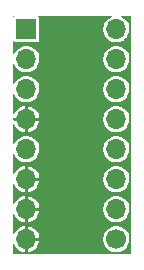
<source format=gbr>
%TF.GenerationSoftware,KiCad,Pcbnew,(6.0.0)*%
%TF.CreationDate,2022-05-17T06:49:19+02:00*%
%TF.ProjectId,UltraCIC-III,556c7472-6143-4494-932d-4949492e6b69,rev?*%
%TF.SameCoordinates,Original*%
%TF.FileFunction,Copper,L2,Bot*%
%TF.FilePolarity,Positive*%
%FSLAX46Y46*%
G04 Gerber Fmt 4.6, Leading zero omitted, Abs format (unit mm)*
G04 Created by KiCad (PCBNEW (6.0.0)) date 2022-05-17 06:49:19*
%MOMM*%
%LPD*%
G01*
G04 APERTURE LIST*
%TA.AperFunction,ComponentPad*%
%ADD10O,1.700000X1.700000*%
%TD*%
%TA.AperFunction,ComponentPad*%
%ADD11C,1.700000*%
%TD*%
%TA.AperFunction,ComponentPad*%
%ADD12R,1.700000X1.700000*%
%TD*%
%TA.AperFunction,ComponentPad*%
%ADD13O,1.600000X1.600000*%
%TD*%
%TA.AperFunction,ComponentPad*%
%ADD14R,1.600000X1.600000*%
%TD*%
G04 APERTURE END LIST*
D10*
%TO.P,J2,8,Pin_8*%
%TO.N,VCC*%
X104648000Y-68072000D03*
%TO.P,J2,7,Pin_7*%
%TO.N,PB2*%
X104648000Y-70612000D03*
%TO.P,J2,6,Pin_6*%
%TO.N,PB1*%
X104648000Y-73152000D03*
%TO.P,J2,5,Pin_5*%
%TO.N,PB0*%
X104648000Y-75692000D03*
%TO.P,J2,4,Pin_4*%
%TO.N,unconnected-(J2-Pad4)*%
X104648000Y-78232000D03*
%TO.P,J2,3,Pin_3*%
%TO.N,PB3*%
X104648000Y-80772000D03*
%TO.P,J2,2,Pin_2*%
%TO.N,unconnected-(J2-Pad2)*%
X104648000Y-83312000D03*
D11*
%TO.P,J2,1,Pin_1*%
%TO.N,PB5*%
X104648000Y-85852000D03*
%TD*%
D12*
%TO.P,J1,1,Pin_1*%
%TO.N,PB5*%
X97028000Y-68072000D03*
D10*
%TO.P,J1,2,Pin_2*%
%TO.N,PB3*%
X97028000Y-70612000D03*
%TO.P,J1,3,Pin_3*%
%TO.N,unconnected-(J1-Pad3)*%
X97028000Y-73152000D03*
%TO.P,J1,4,Pin_4*%
%TO.N,GND*%
X97028000Y-75692000D03*
%TO.P,J1,5,Pin_5*%
%TO.N,unconnected-(J1-Pad5)*%
X97028000Y-78232000D03*
%TO.P,J1,6,Pin_6*%
%TO.N,GND*%
X97028000Y-80772000D03*
%TO.P,J1,7,Pin_7*%
X97028000Y-83312000D03*
%TO.P,J1,8,Pin_8*%
X97028000Y-85852000D03*
%TD*%
D13*
%TO.P,U2,8,VCC*%
%TO.N,VCC*%
X104648000Y-68072000D03*
%TO.P,U2,4,GND*%
%TO.N,GND*%
X97028000Y-75692000D03*
%TO.P,U2,7,PB2*%
%TO.N,PB2*%
X104648000Y-70612000D03*
%TO.P,U2,3,XTAL2/PB4*%
%TO.N,unconnected-(U2-Pad3)*%
X97028000Y-73152000D03*
%TO.P,U2,6,PB1*%
%TO.N,PB1*%
X104648000Y-73152000D03*
%TO.P,U2,2,XTAL1/PB3*%
%TO.N,PB3*%
X97028000Y-70612000D03*
%TO.P,U2,5,AREF/PB0*%
%TO.N,PB0*%
X104648000Y-75692000D03*
D14*
%TO.P,U2,1,~{RESET}/PB5*%
%TO.N,PB5*%
X97028000Y-68072000D03*
%TD*%
%TA.AperFunction,Conductor*%
%TO.N,GND*%
G36*
X104246654Y-66947452D02*
G01*
X104265106Y-66992000D01*
X104246654Y-67036548D01*
X104223911Y-67051106D01*
X104170463Y-67070824D01*
X103996010Y-67174612D01*
X103843392Y-67308455D01*
X103717720Y-67467869D01*
X103623203Y-67647515D01*
X103622347Y-67650273D01*
X103622345Y-67650277D01*
X103614828Y-67674487D01*
X103563007Y-67841378D01*
X103539148Y-68042964D01*
X103552424Y-68245522D01*
X103553133Y-68248315D01*
X103553134Y-68248319D01*
X103574813Y-68333676D01*
X103602392Y-68442269D01*
X103687377Y-68626616D01*
X103804533Y-68792389D01*
X103949938Y-68934035D01*
X104118720Y-69046812D01*
X104121371Y-69047951D01*
X104210543Y-69086262D01*
X104305228Y-69126942D01*
X104503216Y-69171742D01*
X104506104Y-69171855D01*
X104506108Y-69171856D01*
X104604634Y-69175727D01*
X104706053Y-69179712D01*
X104906945Y-69150584D01*
X105099165Y-69085334D01*
X105170812Y-69045210D01*
X105273755Y-68987559D01*
X105273756Y-68987558D01*
X105276276Y-68986147D01*
X105319617Y-68950101D01*
X105430123Y-68858193D01*
X105432345Y-68856345D01*
X105562147Y-68700276D01*
X105661334Y-68523165D01*
X105726584Y-68330945D01*
X105755712Y-68130053D01*
X105757232Y-68072000D01*
X105738658Y-67869859D01*
X105729848Y-67838621D01*
X105684341Y-67677265D01*
X105684339Y-67677260D01*
X105683557Y-67674487D01*
X105593776Y-67492428D01*
X105472320Y-67329779D01*
X105323258Y-67191987D01*
X105151581Y-67083667D01*
X105148903Y-67082599D01*
X105148900Y-67082597D01*
X105085769Y-67057410D01*
X105068485Y-67050515D01*
X105033946Y-67016869D01*
X105033315Y-66968655D01*
X105066961Y-66934116D01*
X105091830Y-66929000D01*
X105855000Y-66929000D01*
X105899548Y-66947452D01*
X105918000Y-66992000D01*
X105918000Y-87059000D01*
X105899548Y-87103548D01*
X105855000Y-87122000D01*
X95948000Y-87122000D01*
X95903452Y-87103548D01*
X95885000Y-87059000D01*
X95885000Y-86296954D01*
X95903452Y-86252406D01*
X95948000Y-86233954D01*
X95992548Y-86252406D01*
X96005213Y-86270578D01*
X96066605Y-86403746D01*
X96069476Y-86408719D01*
X96183250Y-86569706D01*
X96186983Y-86574077D01*
X96328190Y-86711634D01*
X96332649Y-86715245D01*
X96496562Y-86824769D01*
X96501611Y-86827510D01*
X96682735Y-86905327D01*
X96688195Y-86907101D01*
X96880464Y-86950607D01*
X96886174Y-86951359D01*
X96888478Y-86951449D01*
X96896794Y-86948381D01*
X96901000Y-86938765D01*
X96901000Y-86936677D01*
X97155000Y-86936677D01*
X97158671Y-86945539D01*
X97164283Y-86947864D01*
X97283971Y-86930510D01*
X97289559Y-86929169D01*
X97476227Y-86865803D01*
X97481484Y-86863462D01*
X97653466Y-86767147D01*
X97658218Y-86763882D01*
X97809763Y-86637844D01*
X97813844Y-86633763D01*
X97939882Y-86482218D01*
X97943147Y-86477466D01*
X98039462Y-86305484D01*
X98041803Y-86300227D01*
X98105169Y-86113559D01*
X98106510Y-86107971D01*
X98123412Y-85991403D01*
X98121051Y-85982105D01*
X98115831Y-85979000D01*
X97167533Y-85979000D01*
X97158671Y-85982671D01*
X97155000Y-85991533D01*
X97155000Y-86936677D01*
X96901000Y-86936677D01*
X96901000Y-85822964D01*
X103539148Y-85822964D01*
X103552424Y-86025522D01*
X103553133Y-86028315D01*
X103553134Y-86028319D01*
X103574813Y-86113676D01*
X103602392Y-86222269D01*
X103687377Y-86406616D01*
X103804533Y-86572389D01*
X103949938Y-86714035D01*
X104118720Y-86826812D01*
X104121371Y-86827951D01*
X104210543Y-86866262D01*
X104305228Y-86906942D01*
X104503216Y-86951742D01*
X104506104Y-86951855D01*
X104506108Y-86951856D01*
X104604635Y-86955727D01*
X104706053Y-86959712D01*
X104906945Y-86930584D01*
X104911114Y-86929169D01*
X105096431Y-86866262D01*
X105096430Y-86866262D01*
X105099165Y-86865334D01*
X105276276Y-86766147D01*
X105279000Y-86763882D01*
X105430123Y-86638193D01*
X105432345Y-86636345D01*
X105487497Y-86570032D01*
X105560301Y-86482496D01*
X105560303Y-86482493D01*
X105562147Y-86480276D01*
X105661334Y-86303165D01*
X105726584Y-86110945D01*
X105755712Y-85910053D01*
X105757232Y-85852000D01*
X105738658Y-85649859D01*
X105729848Y-85618621D01*
X105684341Y-85457265D01*
X105684339Y-85457260D01*
X105683557Y-85454487D01*
X105593776Y-85272428D01*
X105472320Y-85109779D01*
X105323258Y-84971987D01*
X105151581Y-84863667D01*
X105148903Y-84862599D01*
X105148900Y-84862597D01*
X104965721Y-84789516D01*
X104963039Y-84788446D01*
X104960208Y-84787883D01*
X104960205Y-84787882D01*
X104766777Y-84749407D01*
X104766776Y-84749407D01*
X104763946Y-84748844D01*
X104761067Y-84748806D01*
X104761064Y-84748806D01*
X104642647Y-84747256D01*
X104560971Y-84746187D01*
X104445108Y-84766096D01*
X104363755Y-84780075D01*
X104363754Y-84780075D01*
X104360910Y-84780564D01*
X104358205Y-84781562D01*
X104358201Y-84781563D01*
X104276382Y-84811748D01*
X104170463Y-84850824D01*
X103996010Y-84954612D01*
X103843392Y-85088455D01*
X103717720Y-85247869D01*
X103623203Y-85427515D01*
X103622347Y-85430273D01*
X103622345Y-85430277D01*
X103614991Y-85453962D01*
X103563007Y-85621378D01*
X103539148Y-85822964D01*
X96901000Y-85822964D01*
X96901000Y-85712467D01*
X97155000Y-85712467D01*
X97158671Y-85721329D01*
X97167533Y-85725000D01*
X98112527Y-85725000D01*
X98121389Y-85721329D01*
X98124118Y-85714743D01*
X98118428Y-85652821D01*
X98117382Y-85647176D01*
X98063873Y-85457445D01*
X98061811Y-85452076D01*
X97974625Y-85275279D01*
X97971622Y-85270379D01*
X97853671Y-85112424D01*
X97849830Y-85108159D01*
X97705075Y-84974348D01*
X97700508Y-84970843D01*
X97533793Y-84865654D01*
X97528672Y-84863044D01*
X97345578Y-84789998D01*
X97340062Y-84788364D01*
X97167292Y-84753998D01*
X97157883Y-84755869D01*
X97155000Y-84760185D01*
X97155000Y-85712467D01*
X96901000Y-85712467D01*
X96901000Y-84766096D01*
X96897329Y-84757234D01*
X96892142Y-84755085D01*
X96743885Y-84780560D01*
X96738331Y-84782048D01*
X96553390Y-84850277D01*
X96548199Y-84852752D01*
X96378783Y-84953545D01*
X96374136Y-84956921D01*
X96225927Y-85086897D01*
X96221968Y-85091069D01*
X96099932Y-85245870D01*
X96096794Y-85250703D01*
X96003754Y-85427542D01*
X95966682Y-85458374D01*
X95918666Y-85453962D01*
X95887834Y-85416890D01*
X95885000Y-85398208D01*
X95885000Y-83756954D01*
X95903452Y-83712406D01*
X95948000Y-83693954D01*
X95992548Y-83712406D01*
X96005213Y-83730578D01*
X96066605Y-83863746D01*
X96069476Y-83868719D01*
X96183250Y-84029706D01*
X96186983Y-84034077D01*
X96328190Y-84171634D01*
X96332649Y-84175245D01*
X96496562Y-84284769D01*
X96501611Y-84287510D01*
X96682735Y-84365327D01*
X96688195Y-84367101D01*
X96880464Y-84410607D01*
X96886174Y-84411359D01*
X96888478Y-84411449D01*
X96896794Y-84408381D01*
X96901000Y-84398765D01*
X96901000Y-84396677D01*
X97155000Y-84396677D01*
X97158671Y-84405539D01*
X97164283Y-84407864D01*
X97283971Y-84390510D01*
X97289559Y-84389169D01*
X97476227Y-84325803D01*
X97481484Y-84323462D01*
X97653466Y-84227147D01*
X97658218Y-84223882D01*
X97809763Y-84097844D01*
X97813844Y-84093763D01*
X97939882Y-83942218D01*
X97943147Y-83937466D01*
X98039462Y-83765484D01*
X98041803Y-83760227D01*
X98105169Y-83573559D01*
X98106510Y-83567971D01*
X98123412Y-83451403D01*
X98121051Y-83442105D01*
X98115831Y-83439000D01*
X97167533Y-83439000D01*
X97158671Y-83442671D01*
X97155000Y-83451533D01*
X97155000Y-84396677D01*
X96901000Y-84396677D01*
X96901000Y-83282964D01*
X103539148Y-83282964D01*
X103552424Y-83485522D01*
X103553133Y-83488315D01*
X103553134Y-83488319D01*
X103574813Y-83573676D01*
X103602392Y-83682269D01*
X103687377Y-83866616D01*
X103804533Y-84032389D01*
X103949938Y-84174035D01*
X104118720Y-84286812D01*
X104121371Y-84287951D01*
X104210543Y-84326262D01*
X104305228Y-84366942D01*
X104503216Y-84411742D01*
X104506104Y-84411855D01*
X104506108Y-84411856D01*
X104604635Y-84415727D01*
X104706053Y-84419712D01*
X104906945Y-84390584D01*
X104911114Y-84389169D01*
X105096431Y-84326262D01*
X105096430Y-84326262D01*
X105099165Y-84325334D01*
X105276276Y-84226147D01*
X105279000Y-84223882D01*
X105430123Y-84098193D01*
X105432345Y-84096345D01*
X105487497Y-84030032D01*
X105560301Y-83942496D01*
X105560303Y-83942493D01*
X105562147Y-83940276D01*
X105661334Y-83763165D01*
X105726584Y-83570945D01*
X105755712Y-83370053D01*
X105757232Y-83312000D01*
X105738658Y-83109859D01*
X105729848Y-83078621D01*
X105684341Y-82917265D01*
X105684339Y-82917260D01*
X105683557Y-82914487D01*
X105593776Y-82732428D01*
X105472320Y-82569779D01*
X105323258Y-82431987D01*
X105151581Y-82323667D01*
X105148903Y-82322599D01*
X105148900Y-82322597D01*
X104965721Y-82249516D01*
X104963039Y-82248446D01*
X104960208Y-82247883D01*
X104960205Y-82247882D01*
X104766777Y-82209407D01*
X104766776Y-82209407D01*
X104763946Y-82208844D01*
X104761067Y-82208806D01*
X104761064Y-82208806D01*
X104642647Y-82207256D01*
X104560971Y-82206187D01*
X104445108Y-82226096D01*
X104363755Y-82240075D01*
X104363754Y-82240075D01*
X104360910Y-82240564D01*
X104358205Y-82241562D01*
X104358201Y-82241563D01*
X104276382Y-82271748D01*
X104170463Y-82310824D01*
X103996010Y-82414612D01*
X103843392Y-82548455D01*
X103717720Y-82707869D01*
X103623203Y-82887515D01*
X103622347Y-82890273D01*
X103622345Y-82890277D01*
X103614991Y-82913962D01*
X103563007Y-83081378D01*
X103539148Y-83282964D01*
X96901000Y-83282964D01*
X96901000Y-83172467D01*
X97155000Y-83172467D01*
X97158671Y-83181329D01*
X97167533Y-83185000D01*
X98112527Y-83185000D01*
X98121389Y-83181329D01*
X98124118Y-83174743D01*
X98118428Y-83112821D01*
X98117382Y-83107176D01*
X98063873Y-82917445D01*
X98061811Y-82912076D01*
X97974625Y-82735279D01*
X97971622Y-82730379D01*
X97853671Y-82572424D01*
X97849830Y-82568159D01*
X97705075Y-82434348D01*
X97700508Y-82430843D01*
X97533793Y-82325654D01*
X97528672Y-82323044D01*
X97345578Y-82249998D01*
X97340062Y-82248364D01*
X97167292Y-82213998D01*
X97157883Y-82215869D01*
X97155000Y-82220185D01*
X97155000Y-83172467D01*
X96901000Y-83172467D01*
X96901000Y-82226096D01*
X96897329Y-82217234D01*
X96892142Y-82215085D01*
X96743885Y-82240560D01*
X96738331Y-82242048D01*
X96553390Y-82310277D01*
X96548199Y-82312752D01*
X96378783Y-82413545D01*
X96374136Y-82416921D01*
X96225927Y-82546897D01*
X96221968Y-82551069D01*
X96099932Y-82705870D01*
X96096794Y-82710703D01*
X96003754Y-82887542D01*
X95966682Y-82918374D01*
X95918666Y-82913962D01*
X95887834Y-82876890D01*
X95885000Y-82858208D01*
X95885000Y-81216954D01*
X95903452Y-81172406D01*
X95948000Y-81153954D01*
X95992548Y-81172406D01*
X96005213Y-81190578D01*
X96066605Y-81323746D01*
X96069476Y-81328719D01*
X96183250Y-81489706D01*
X96186983Y-81494077D01*
X96328190Y-81631634D01*
X96332649Y-81635245D01*
X96496562Y-81744769D01*
X96501611Y-81747510D01*
X96682735Y-81825327D01*
X96688195Y-81827101D01*
X96880464Y-81870607D01*
X96886174Y-81871359D01*
X96888478Y-81871449D01*
X96896794Y-81868381D01*
X96901000Y-81858765D01*
X96901000Y-81856677D01*
X97155000Y-81856677D01*
X97158671Y-81865539D01*
X97164283Y-81867864D01*
X97283971Y-81850510D01*
X97289559Y-81849169D01*
X97476227Y-81785803D01*
X97481484Y-81783462D01*
X97653466Y-81687147D01*
X97658218Y-81683882D01*
X97809763Y-81557844D01*
X97813844Y-81553763D01*
X97939882Y-81402218D01*
X97943147Y-81397466D01*
X98039462Y-81225484D01*
X98041803Y-81220227D01*
X98105169Y-81033559D01*
X98106510Y-81027971D01*
X98123412Y-80911403D01*
X98121051Y-80902105D01*
X98115831Y-80899000D01*
X97167533Y-80899000D01*
X97158671Y-80902671D01*
X97155000Y-80911533D01*
X97155000Y-81856677D01*
X96901000Y-81856677D01*
X96901000Y-80742964D01*
X103539148Y-80742964D01*
X103552424Y-80945522D01*
X103553133Y-80948315D01*
X103553134Y-80948319D01*
X103574813Y-81033676D01*
X103602392Y-81142269D01*
X103687377Y-81326616D01*
X103804533Y-81492389D01*
X103949938Y-81634035D01*
X104118720Y-81746812D01*
X104121371Y-81747951D01*
X104210543Y-81786262D01*
X104305228Y-81826942D01*
X104503216Y-81871742D01*
X104506104Y-81871855D01*
X104506108Y-81871856D01*
X104604635Y-81875727D01*
X104706053Y-81879712D01*
X104906945Y-81850584D01*
X104911114Y-81849169D01*
X105096431Y-81786262D01*
X105096430Y-81786262D01*
X105099165Y-81785334D01*
X105276276Y-81686147D01*
X105279000Y-81683882D01*
X105430123Y-81558193D01*
X105432345Y-81556345D01*
X105487497Y-81490032D01*
X105560301Y-81402496D01*
X105560303Y-81402493D01*
X105562147Y-81400276D01*
X105661334Y-81223165D01*
X105726584Y-81030945D01*
X105755712Y-80830053D01*
X105757232Y-80772000D01*
X105738658Y-80569859D01*
X105729848Y-80538621D01*
X105684341Y-80377265D01*
X105684339Y-80377260D01*
X105683557Y-80374487D01*
X105593776Y-80192428D01*
X105472320Y-80029779D01*
X105323258Y-79891987D01*
X105151581Y-79783667D01*
X105148903Y-79782599D01*
X105148900Y-79782597D01*
X104965721Y-79709516D01*
X104963039Y-79708446D01*
X104960208Y-79707883D01*
X104960205Y-79707882D01*
X104766777Y-79669407D01*
X104766776Y-79669407D01*
X104763946Y-79668844D01*
X104761067Y-79668806D01*
X104761064Y-79668806D01*
X104642647Y-79667256D01*
X104560971Y-79666187D01*
X104445108Y-79686096D01*
X104363755Y-79700075D01*
X104363754Y-79700075D01*
X104360910Y-79700564D01*
X104358205Y-79701562D01*
X104358201Y-79701563D01*
X104276382Y-79731748D01*
X104170463Y-79770824D01*
X103996010Y-79874612D01*
X103843392Y-80008455D01*
X103717720Y-80167869D01*
X103623203Y-80347515D01*
X103622347Y-80350273D01*
X103622345Y-80350277D01*
X103614991Y-80373962D01*
X103563007Y-80541378D01*
X103539148Y-80742964D01*
X96901000Y-80742964D01*
X96901000Y-80632467D01*
X97155000Y-80632467D01*
X97158671Y-80641329D01*
X97167533Y-80645000D01*
X98112527Y-80645000D01*
X98121389Y-80641329D01*
X98124118Y-80634743D01*
X98118428Y-80572821D01*
X98117382Y-80567176D01*
X98063873Y-80377445D01*
X98061811Y-80372076D01*
X97974625Y-80195279D01*
X97971622Y-80190379D01*
X97853671Y-80032424D01*
X97849830Y-80028159D01*
X97705075Y-79894348D01*
X97700508Y-79890843D01*
X97533793Y-79785654D01*
X97528672Y-79783044D01*
X97345578Y-79709998D01*
X97340062Y-79708364D01*
X97167292Y-79673998D01*
X97157883Y-79675869D01*
X97155000Y-79680185D01*
X97155000Y-80632467D01*
X96901000Y-80632467D01*
X96901000Y-79686096D01*
X96897329Y-79677234D01*
X96892142Y-79675085D01*
X96743885Y-79700560D01*
X96738331Y-79702048D01*
X96553390Y-79770277D01*
X96548199Y-79772752D01*
X96378783Y-79873545D01*
X96374136Y-79876921D01*
X96225927Y-80006897D01*
X96221968Y-80011069D01*
X96099932Y-80165870D01*
X96096794Y-80170703D01*
X96003754Y-80347542D01*
X95966682Y-80378374D01*
X95918666Y-80373962D01*
X95887834Y-80336890D01*
X95885000Y-80318208D01*
X95885000Y-78678148D01*
X95903452Y-78633600D01*
X95948000Y-78615148D01*
X95992548Y-78633600D01*
X96005213Y-78651772D01*
X96020849Y-78685688D01*
X96067377Y-78786616D01*
X96184533Y-78952389D01*
X96329938Y-79094035D01*
X96498720Y-79206812D01*
X96501371Y-79207951D01*
X96590543Y-79246262D01*
X96685228Y-79286942D01*
X96883216Y-79331742D01*
X96886104Y-79331855D01*
X96886108Y-79331856D01*
X96984634Y-79335727D01*
X97086053Y-79339712D01*
X97286945Y-79310584D01*
X97479165Y-79245334D01*
X97656276Y-79146147D01*
X97718934Y-79094035D01*
X97810123Y-79018193D01*
X97812345Y-79016345D01*
X97942147Y-78860276D01*
X98041334Y-78683165D01*
X98106584Y-78490945D01*
X98135712Y-78290053D01*
X98137232Y-78232000D01*
X98134564Y-78202964D01*
X103539148Y-78202964D01*
X103552424Y-78405522D01*
X103553133Y-78408315D01*
X103553134Y-78408319D01*
X103574813Y-78493676D01*
X103602392Y-78602269D01*
X103687377Y-78786616D01*
X103804533Y-78952389D01*
X103949938Y-79094035D01*
X104118720Y-79206812D01*
X104121371Y-79207951D01*
X104210543Y-79246262D01*
X104305228Y-79286942D01*
X104503216Y-79331742D01*
X104506104Y-79331855D01*
X104506108Y-79331856D01*
X104604634Y-79335727D01*
X104706053Y-79339712D01*
X104906945Y-79310584D01*
X105099165Y-79245334D01*
X105276276Y-79146147D01*
X105338934Y-79094035D01*
X105430123Y-79018193D01*
X105432345Y-79016345D01*
X105562147Y-78860276D01*
X105661334Y-78683165D01*
X105726584Y-78490945D01*
X105755712Y-78290053D01*
X105757232Y-78232000D01*
X105738658Y-78029859D01*
X105729848Y-77998621D01*
X105684341Y-77837265D01*
X105684339Y-77837260D01*
X105683557Y-77834487D01*
X105593776Y-77652428D01*
X105472320Y-77489779D01*
X105323258Y-77351987D01*
X105151581Y-77243667D01*
X105148903Y-77242599D01*
X105148900Y-77242597D01*
X104965721Y-77169516D01*
X104963039Y-77168446D01*
X104960208Y-77167883D01*
X104960205Y-77167882D01*
X104766777Y-77129407D01*
X104766776Y-77129407D01*
X104763946Y-77128844D01*
X104761067Y-77128806D01*
X104761064Y-77128806D01*
X104642647Y-77127256D01*
X104560971Y-77126187D01*
X104427829Y-77149065D01*
X104363755Y-77160075D01*
X104363754Y-77160075D01*
X104360910Y-77160564D01*
X104358205Y-77161562D01*
X104358201Y-77161563D01*
X104276382Y-77191748D01*
X104170463Y-77230824D01*
X103996010Y-77334612D01*
X103843392Y-77468455D01*
X103717720Y-77627869D01*
X103623203Y-77807515D01*
X103622347Y-77810273D01*
X103622345Y-77810277D01*
X103563863Y-77998621D01*
X103563007Y-78001378D01*
X103539148Y-78202964D01*
X98134564Y-78202964D01*
X98118658Y-78029859D01*
X98109848Y-77998621D01*
X98064341Y-77837265D01*
X98064339Y-77837260D01*
X98063557Y-77834487D01*
X97973776Y-77652428D01*
X97852320Y-77489779D01*
X97703258Y-77351987D01*
X97531581Y-77243667D01*
X97528903Y-77242599D01*
X97528900Y-77242597D01*
X97345721Y-77169516D01*
X97343039Y-77168446D01*
X97340208Y-77167883D01*
X97340205Y-77167882D01*
X97146777Y-77129407D01*
X97146776Y-77129407D01*
X97143946Y-77128844D01*
X97141067Y-77128806D01*
X97141064Y-77128806D01*
X97022647Y-77127256D01*
X96940971Y-77126187D01*
X96807829Y-77149065D01*
X96743755Y-77160075D01*
X96743754Y-77160075D01*
X96740910Y-77160564D01*
X96738205Y-77161562D01*
X96738201Y-77161563D01*
X96656382Y-77191748D01*
X96550463Y-77230824D01*
X96376010Y-77334612D01*
X96223392Y-77468455D01*
X96097720Y-77627869D01*
X96003754Y-77806468D01*
X95966682Y-77837300D01*
X95918666Y-77832888D01*
X95887834Y-77795816D01*
X95885000Y-77777134D01*
X95885000Y-76136954D01*
X95903452Y-76092406D01*
X95948000Y-76073954D01*
X95992548Y-76092406D01*
X96005213Y-76110578D01*
X96066605Y-76243746D01*
X96069476Y-76248719D01*
X96183250Y-76409706D01*
X96186983Y-76414077D01*
X96328190Y-76551634D01*
X96332649Y-76555245D01*
X96496562Y-76664769D01*
X96501611Y-76667510D01*
X96682735Y-76745327D01*
X96688195Y-76747101D01*
X96880464Y-76790607D01*
X96886174Y-76791359D01*
X96888478Y-76791449D01*
X96896794Y-76788381D01*
X96901000Y-76778765D01*
X96901000Y-76776677D01*
X97155000Y-76776677D01*
X97158671Y-76785539D01*
X97164283Y-76787864D01*
X97283971Y-76770510D01*
X97289559Y-76769169D01*
X97476227Y-76705803D01*
X97481484Y-76703462D01*
X97653466Y-76607147D01*
X97658218Y-76603882D01*
X97809763Y-76477844D01*
X97813844Y-76473763D01*
X97939882Y-76322218D01*
X97943147Y-76317466D01*
X98039462Y-76145484D01*
X98041803Y-76140227D01*
X98105169Y-75953559D01*
X98106510Y-75947971D01*
X98123412Y-75831403D01*
X98121051Y-75822105D01*
X98115831Y-75819000D01*
X97167533Y-75819000D01*
X97158671Y-75822671D01*
X97155000Y-75831533D01*
X97155000Y-76776677D01*
X96901000Y-76776677D01*
X96901000Y-75831533D01*
X96897329Y-75822671D01*
X96888467Y-75819000D01*
X95997000Y-75819000D01*
X95952452Y-75800548D01*
X95934000Y-75756000D01*
X95934000Y-75662964D01*
X103539148Y-75662964D01*
X103552424Y-75865522D01*
X103553133Y-75868315D01*
X103553134Y-75868319D01*
X103574813Y-75953676D01*
X103602392Y-76062269D01*
X103687377Y-76246616D01*
X103804533Y-76412389D01*
X103949938Y-76554035D01*
X104118720Y-76666812D01*
X104121371Y-76667951D01*
X104210543Y-76706262D01*
X104305228Y-76746942D01*
X104503216Y-76791742D01*
X104506104Y-76791855D01*
X104506108Y-76791856D01*
X104604634Y-76795727D01*
X104706053Y-76799712D01*
X104906945Y-76770584D01*
X104911114Y-76769169D01*
X105096431Y-76706262D01*
X105096430Y-76706262D01*
X105099165Y-76705334D01*
X105276276Y-76606147D01*
X105279000Y-76603882D01*
X105430123Y-76478193D01*
X105432345Y-76476345D01*
X105487497Y-76410032D01*
X105560301Y-76322496D01*
X105560303Y-76322493D01*
X105562147Y-76320276D01*
X105661334Y-76143165D01*
X105726584Y-75950945D01*
X105755712Y-75750053D01*
X105757232Y-75692000D01*
X105738658Y-75489859D01*
X105729848Y-75458621D01*
X105684341Y-75297265D01*
X105684339Y-75297260D01*
X105683557Y-75294487D01*
X105593776Y-75112428D01*
X105472320Y-74949779D01*
X105323258Y-74811987D01*
X105151581Y-74703667D01*
X105148903Y-74702599D01*
X105148900Y-74702597D01*
X104965721Y-74629516D01*
X104963039Y-74628446D01*
X104960208Y-74627883D01*
X104960205Y-74627882D01*
X104766777Y-74589407D01*
X104766776Y-74589407D01*
X104763946Y-74588844D01*
X104761067Y-74588806D01*
X104761064Y-74588806D01*
X104642647Y-74587256D01*
X104560971Y-74586187D01*
X104445108Y-74606096D01*
X104363755Y-74620075D01*
X104363754Y-74620075D01*
X104360910Y-74620564D01*
X104358205Y-74621562D01*
X104358201Y-74621563D01*
X104276382Y-74651748D01*
X104170463Y-74690824D01*
X103996010Y-74794612D01*
X103843392Y-74928455D01*
X103717720Y-75087869D01*
X103623203Y-75267515D01*
X103622347Y-75270273D01*
X103622345Y-75270277D01*
X103614991Y-75293962D01*
X103563007Y-75461378D01*
X103539148Y-75662964D01*
X95934000Y-75662964D01*
X95934000Y-75628000D01*
X95952452Y-75583452D01*
X95997000Y-75565000D01*
X96888467Y-75565000D01*
X96897329Y-75561329D01*
X96901000Y-75552467D01*
X97155000Y-75552467D01*
X97158671Y-75561329D01*
X97167533Y-75565000D01*
X98112527Y-75565000D01*
X98121389Y-75561329D01*
X98124118Y-75554743D01*
X98118428Y-75492821D01*
X98117382Y-75487176D01*
X98063873Y-75297445D01*
X98061811Y-75292076D01*
X97974625Y-75115279D01*
X97971622Y-75110379D01*
X97853671Y-74952424D01*
X97849830Y-74948159D01*
X97705075Y-74814348D01*
X97700508Y-74810843D01*
X97533793Y-74705654D01*
X97528672Y-74703044D01*
X97345578Y-74629998D01*
X97340062Y-74628364D01*
X97167292Y-74593998D01*
X97157883Y-74595869D01*
X97155000Y-74600185D01*
X97155000Y-75552467D01*
X96901000Y-75552467D01*
X96901000Y-74606096D01*
X96897329Y-74597234D01*
X96892142Y-74595085D01*
X96743885Y-74620560D01*
X96738331Y-74622048D01*
X96553390Y-74690277D01*
X96548199Y-74692752D01*
X96378783Y-74793545D01*
X96374136Y-74796921D01*
X96225927Y-74926897D01*
X96221968Y-74931069D01*
X96099932Y-75085870D01*
X96096794Y-75090703D01*
X96003754Y-75267542D01*
X95966682Y-75298374D01*
X95918666Y-75293962D01*
X95887834Y-75256890D01*
X95885000Y-75238208D01*
X95885000Y-73598148D01*
X95903452Y-73553600D01*
X95948000Y-73535148D01*
X95992548Y-73553600D01*
X96005213Y-73571772D01*
X96020849Y-73605688D01*
X96067377Y-73706616D01*
X96184533Y-73872389D01*
X96329938Y-74014035D01*
X96498720Y-74126812D01*
X96501371Y-74127951D01*
X96590543Y-74166262D01*
X96685228Y-74206942D01*
X96883216Y-74251742D01*
X96886104Y-74251855D01*
X96886108Y-74251856D01*
X96984635Y-74255727D01*
X97086053Y-74259712D01*
X97286945Y-74230584D01*
X97479165Y-74165334D01*
X97656276Y-74066147D01*
X97718934Y-74014035D01*
X97810123Y-73938193D01*
X97812345Y-73936345D01*
X97942147Y-73780276D01*
X98041334Y-73603165D01*
X98106584Y-73410945D01*
X98135712Y-73210053D01*
X98137232Y-73152000D01*
X98134564Y-73122964D01*
X103539148Y-73122964D01*
X103552424Y-73325522D01*
X103553133Y-73328315D01*
X103553134Y-73328319D01*
X103574813Y-73413676D01*
X103602392Y-73522269D01*
X103687377Y-73706616D01*
X103804533Y-73872389D01*
X103949938Y-74014035D01*
X104118720Y-74126812D01*
X104121371Y-74127951D01*
X104210543Y-74166262D01*
X104305228Y-74206942D01*
X104503216Y-74251742D01*
X104506104Y-74251855D01*
X104506108Y-74251856D01*
X104604635Y-74255727D01*
X104706053Y-74259712D01*
X104906945Y-74230584D01*
X105099165Y-74165334D01*
X105276276Y-74066147D01*
X105338934Y-74014035D01*
X105430123Y-73938193D01*
X105432345Y-73936345D01*
X105562147Y-73780276D01*
X105661334Y-73603165D01*
X105726584Y-73410945D01*
X105755712Y-73210053D01*
X105757232Y-73152000D01*
X105738658Y-72949859D01*
X105729848Y-72918621D01*
X105684341Y-72757265D01*
X105684339Y-72757260D01*
X105683557Y-72754487D01*
X105593776Y-72572428D01*
X105472320Y-72409779D01*
X105323258Y-72271987D01*
X105151581Y-72163667D01*
X105148903Y-72162599D01*
X105148900Y-72162597D01*
X104965721Y-72089516D01*
X104963039Y-72088446D01*
X104960208Y-72087883D01*
X104960205Y-72087882D01*
X104766777Y-72049407D01*
X104766776Y-72049407D01*
X104763946Y-72048844D01*
X104761067Y-72048806D01*
X104761064Y-72048806D01*
X104642647Y-72047256D01*
X104560971Y-72046187D01*
X104427829Y-72069065D01*
X104363755Y-72080075D01*
X104363754Y-72080075D01*
X104360910Y-72080564D01*
X104358205Y-72081562D01*
X104358201Y-72081563D01*
X104276382Y-72111748D01*
X104170463Y-72150824D01*
X103996010Y-72254612D01*
X103843392Y-72388455D01*
X103717720Y-72547869D01*
X103623203Y-72727515D01*
X103622347Y-72730273D01*
X103622345Y-72730277D01*
X103563863Y-72918621D01*
X103563007Y-72921378D01*
X103539148Y-73122964D01*
X98134564Y-73122964D01*
X98118658Y-72949859D01*
X98109848Y-72918621D01*
X98064341Y-72757265D01*
X98064339Y-72757260D01*
X98063557Y-72754487D01*
X97973776Y-72572428D01*
X97852320Y-72409779D01*
X97703258Y-72271987D01*
X97531581Y-72163667D01*
X97528903Y-72162599D01*
X97528900Y-72162597D01*
X97345721Y-72089516D01*
X97343039Y-72088446D01*
X97340208Y-72087883D01*
X97340205Y-72087882D01*
X97146777Y-72049407D01*
X97146776Y-72049407D01*
X97143946Y-72048844D01*
X97141067Y-72048806D01*
X97141064Y-72048806D01*
X97022647Y-72047256D01*
X96940971Y-72046187D01*
X96807829Y-72069065D01*
X96743755Y-72080075D01*
X96743754Y-72080075D01*
X96740910Y-72080564D01*
X96738205Y-72081562D01*
X96738201Y-72081563D01*
X96656382Y-72111748D01*
X96550463Y-72150824D01*
X96376010Y-72254612D01*
X96223392Y-72388455D01*
X96097720Y-72547869D01*
X96003754Y-72726468D01*
X95966682Y-72757300D01*
X95918666Y-72752888D01*
X95887834Y-72715816D01*
X95885000Y-72697134D01*
X95885000Y-71058148D01*
X95903452Y-71013600D01*
X95948000Y-70995148D01*
X95992548Y-71013600D01*
X96005213Y-71031772D01*
X96020849Y-71065688D01*
X96067377Y-71166616D01*
X96184533Y-71332389D01*
X96329938Y-71474035D01*
X96498720Y-71586812D01*
X96501371Y-71587951D01*
X96590543Y-71626262D01*
X96685228Y-71666942D01*
X96883216Y-71711742D01*
X96886104Y-71711855D01*
X96886108Y-71711856D01*
X96984634Y-71715727D01*
X97086053Y-71719712D01*
X97286945Y-71690584D01*
X97479165Y-71625334D01*
X97656276Y-71526147D01*
X97718934Y-71474035D01*
X97810123Y-71398193D01*
X97812345Y-71396345D01*
X97942147Y-71240276D01*
X98041334Y-71063165D01*
X98106584Y-70870945D01*
X98135712Y-70670053D01*
X98137232Y-70612000D01*
X98134564Y-70582964D01*
X103539148Y-70582964D01*
X103552424Y-70785522D01*
X103553133Y-70788315D01*
X103553134Y-70788319D01*
X103574813Y-70873676D01*
X103602392Y-70982269D01*
X103687377Y-71166616D01*
X103804533Y-71332389D01*
X103949938Y-71474035D01*
X104118720Y-71586812D01*
X104121371Y-71587951D01*
X104210543Y-71626262D01*
X104305228Y-71666942D01*
X104503216Y-71711742D01*
X104506104Y-71711855D01*
X104506108Y-71711856D01*
X104604634Y-71715727D01*
X104706053Y-71719712D01*
X104906945Y-71690584D01*
X105099165Y-71625334D01*
X105276276Y-71526147D01*
X105338934Y-71474035D01*
X105430123Y-71398193D01*
X105432345Y-71396345D01*
X105562147Y-71240276D01*
X105661334Y-71063165D01*
X105726584Y-70870945D01*
X105755712Y-70670053D01*
X105757232Y-70612000D01*
X105738658Y-70409859D01*
X105729848Y-70378621D01*
X105684341Y-70217265D01*
X105684339Y-70217260D01*
X105683557Y-70214487D01*
X105593776Y-70032428D01*
X105472320Y-69869779D01*
X105323258Y-69731987D01*
X105151581Y-69623667D01*
X105148903Y-69622599D01*
X105148900Y-69622597D01*
X104965721Y-69549516D01*
X104963039Y-69548446D01*
X104960208Y-69547883D01*
X104960205Y-69547882D01*
X104766777Y-69509407D01*
X104766776Y-69509407D01*
X104763946Y-69508844D01*
X104761067Y-69508806D01*
X104761064Y-69508806D01*
X104642647Y-69507256D01*
X104560971Y-69506187D01*
X104427829Y-69529065D01*
X104363755Y-69540075D01*
X104363754Y-69540075D01*
X104360910Y-69540564D01*
X104358205Y-69541562D01*
X104358201Y-69541563D01*
X104276382Y-69571748D01*
X104170463Y-69610824D01*
X103996010Y-69714612D01*
X103843392Y-69848455D01*
X103717720Y-70007869D01*
X103623203Y-70187515D01*
X103622347Y-70190273D01*
X103622345Y-70190277D01*
X103563863Y-70378621D01*
X103563007Y-70381378D01*
X103539148Y-70582964D01*
X98134564Y-70582964D01*
X98118658Y-70409859D01*
X98109848Y-70378621D01*
X98064341Y-70217265D01*
X98064339Y-70217260D01*
X98063557Y-70214487D01*
X97973776Y-70032428D01*
X97852320Y-69869779D01*
X97703258Y-69731987D01*
X97531581Y-69623667D01*
X97528903Y-69622599D01*
X97528900Y-69622597D01*
X97345721Y-69549516D01*
X97343039Y-69548446D01*
X97340208Y-69547883D01*
X97340205Y-69547882D01*
X97146777Y-69509407D01*
X97146776Y-69509407D01*
X97143946Y-69508844D01*
X97141067Y-69508806D01*
X97141064Y-69508806D01*
X97022647Y-69507256D01*
X96940971Y-69506187D01*
X96807829Y-69529065D01*
X96743755Y-69540075D01*
X96743754Y-69540075D01*
X96740910Y-69540564D01*
X96738205Y-69541562D01*
X96738201Y-69541563D01*
X96656382Y-69571748D01*
X96550463Y-69610824D01*
X96376010Y-69714612D01*
X96223392Y-69848455D01*
X96097720Y-70007869D01*
X96003754Y-70186468D01*
X95966682Y-70217300D01*
X95918666Y-70212888D01*
X95887834Y-70175816D01*
X95885000Y-70157134D01*
X95885000Y-69146351D01*
X95903452Y-69101803D01*
X95948000Y-69083351D01*
X95991868Y-69101521D01*
X95994516Y-69105484D01*
X95999679Y-69108934D01*
X96073538Y-69158286D01*
X96073540Y-69158287D01*
X96078699Y-69161734D01*
X96084785Y-69162945D01*
X96084786Y-69162945D01*
X96104952Y-69166956D01*
X96152933Y-69176500D01*
X97027575Y-69176500D01*
X97903066Y-69176499D01*
X97906096Y-69175896D01*
X97906100Y-69175896D01*
X97971214Y-69162945D01*
X97971216Y-69162944D01*
X97977301Y-69161734D01*
X97993369Y-69150998D01*
X98056321Y-69108934D01*
X98061484Y-69105484D01*
X98100688Y-69046812D01*
X98114286Y-69026462D01*
X98114287Y-69026460D01*
X98117734Y-69021301D01*
X98132500Y-68947067D01*
X98132499Y-67196934D01*
X98131516Y-67191987D01*
X98118945Y-67128786D01*
X98118944Y-67128784D01*
X98117734Y-67122699D01*
X98090939Y-67082597D01*
X98064934Y-67043679D01*
X98061484Y-67038516D01*
X98057521Y-67035868D01*
X98039351Y-66992000D01*
X98057803Y-66947452D01*
X98102351Y-66929000D01*
X104202106Y-66929000D01*
X104246654Y-66947452D01*
G37*
%TD.AperFunction*%
%TD*%
%TA.AperFunction,NonConductor*%
G36*
X95998197Y-66947452D02*
G01*
X96016649Y-66992000D01*
X95998479Y-67035868D01*
X95994516Y-67038516D01*
X95991868Y-67042479D01*
X95948000Y-67060649D01*
X95903452Y-67042197D01*
X95885000Y-66997649D01*
X95885000Y-66992000D01*
X95903452Y-66947452D01*
X95948000Y-66929000D01*
X95953649Y-66929000D01*
X95998197Y-66947452D01*
G37*
%TD.AperFunction*%
M02*

</source>
